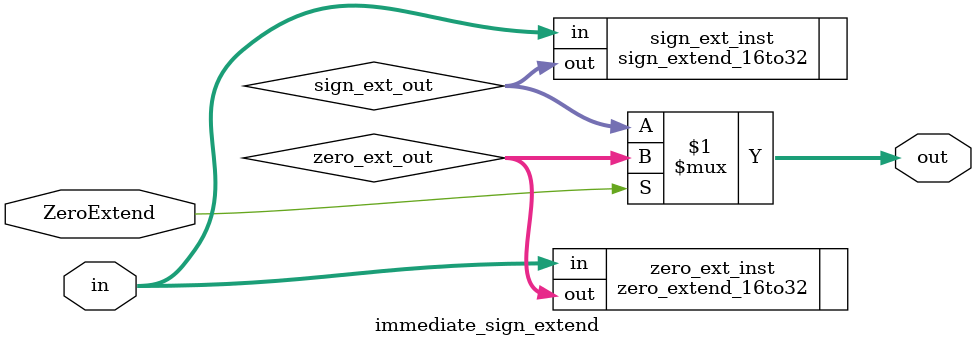
<source format=v>
module immediate_sign_extend(
    input  wire [15:0] in,
    input  wire       ZeroExtend,  // 1?? Zero Extend, 0?? Sign Extend
    output wire [31:0] out
);
    wire [31:0] sign_ext_out;
    wire [31:0] zero_ext_out;

    sign_extend_16to32 sign_ext_inst(.in(in), .out(sign_ext_out));
    zero_extend_16to32 zero_ext_inst(.in(in), .out(zero_ext_out));

    assign out = ZeroExtend ? zero_ext_out : sign_ext_out;
endmodule


</source>
